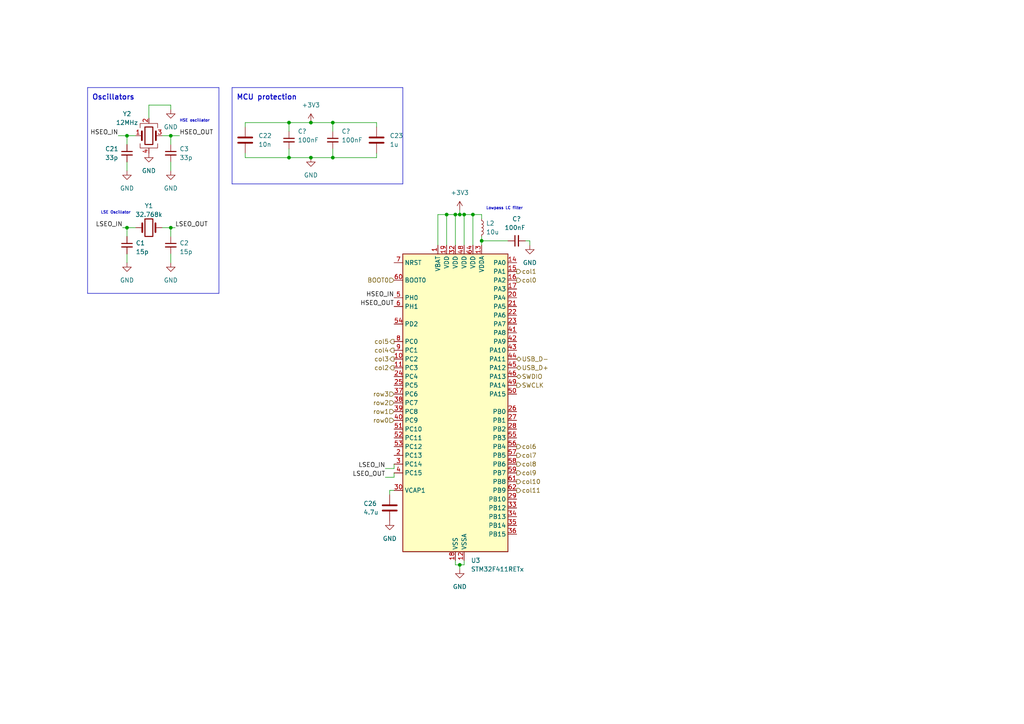
<source format=kicad_sch>
(kicad_sch (version 20230121) (generator eeschema)
  (paper "A4")
  (lib_symbols
    (symbol "Device:C" (pin_numbers hide) (pin_names (offset 0.254))
      (property "Reference" "C" (at 0.635 2.54 0))
      (property "Value" "C" (at 0.635 -2.54 0))
      (symbol "C_0_1"
        (polyline (pts (xy -2.032 -0.762) (xy 2.032 -0.762)) (stroke (width 0.508)))
        (polyline (pts (xy -2.032 0.762) (xy 2.032 0.762)) (stroke (width 0.508)))
      )
      (symbol "C_1_1"
        (pin passive line (at 0 3.81 270) (length 2.794) (name "~") (number "1"))
        (pin passive line (at 0 -3.81 90) (length 2.794) (name "~") (number "2"))
      )
    )
    (symbol "Device:C_Small" (pin_numbers hide) (pin_names (offset 0.254) hide)
      (property "Reference" "C" (at 0.254 1.778 0))
      (property "Value" "C_Small" (at 0.254 -2.032 0))
      (symbol "C_Small_0_1"
        (polyline (pts (xy -1.524 -0.508) (xy 1.524 -0.508)) (stroke (width 0.3302)))
        (polyline (pts (xy -1.524 0.508) (xy 1.524 0.508)) (stroke (width 0.3048)))
      )
      (symbol "C_Small_1_1"
        (pin passive line (at 0 2.54 270) (length 2.032) (name "~") (number "1"))
        (pin passive line (at 0 -2.54 90) (length 2.032) (name "~") (number "2"))
      )
    )
    (symbol "Device:Crystal" (pin_numbers hide) (pin_names (offset 1.016) hide)
      (property "Reference" "Y" (at 0 3.81 0))
      (property "Value" "Crystal" (at 0 -3.81 0))
      (symbol "Crystal_0_1"
        (rectangle (start -1.143 2.54) (end 1.143 -2.54) (stroke (width 0.3048)))
        (polyline (pts (xy -2.54 0) (xy -1.905 0)))
        (polyline (pts (xy -1.905 -1.27) (xy -1.905 1.27)) (stroke (width 0.508)))
        (polyline (pts (xy 1.905 -1.27) (xy 1.905 1.27)) (stroke (width 0.508)))
        (polyline (pts (xy 2.54 0) (xy 1.905 0)))
      )
      (symbol "Crystal_1_1"
        (pin passive line (at -3.81 0 0) (length 1.27) (name "1") (number "1"))
        (pin passive line (at 3.81 0 180) (length 1.27) (name "2") (number "2"))
      )
    )
    (symbol "Device:Crystal_GND24" (pin_names (offset 1.016) hide)
      (property "Reference" "Y" (at 3.175 5.08 0))
      (property "Value" "Crystal_GND24" (at 3.175 3.175 0))
      (symbol "Crystal_GND24_0_1"
        (rectangle (start -1.143 2.54) (end 1.143 -2.54) (stroke (width 0.3048)))
        (polyline (pts (xy -2.54 0) (xy -2.032 0)))
        (polyline (pts (xy -2.032 -1.27) (xy -2.032 1.27)) (stroke (width 0.508)))
        (polyline (pts (xy 0 -3.81) (xy 0 -3.556)))
        (polyline (pts (xy 0 3.556) (xy 0 3.81)))
        (polyline (pts (xy 2.032 -1.27) (xy 2.032 1.27)) (stroke (width 0.508)))
        (polyline (pts (xy 2.032 0) (xy 2.54 0)))
        (polyline (pts (xy -2.54 -2.286) (xy -2.54 -3.556) (xy 2.54 -3.556) (xy 2.54 -2.286)))
        (polyline (pts (xy -2.54 2.286) (xy -2.54 3.556) (xy 2.54 3.556) (xy 2.54 2.286)))
      )
      (symbol "Crystal_GND24_1_1"
        (pin passive line (at -3.81 0 0) (length 1.27) (name "1") (number "1"))
        (pin passive line (at 0 5.08 270) (length 1.27) (name "2") (number "2"))
        (pin passive line (at 3.81 0 180) (length 1.27) (name "3") (number "3"))
        (pin passive line (at 0 -5.08 90) (length 1.27) (name "4") (number "4"))
      )
    )
    (symbol "Device:L_Small" (pin_numbers hide) (pin_names (offset 0.254) hide)
      (property "Reference" "L" (at 0.762 1.016 0))
      (property "Value" "L_Small" (at 0.762 -1.016 0))
      (symbol "L_Small_0_1"
        (arc (start 0 -2.032) (mid 0.5058 -1.524) (end 0 -1.016))
        (arc (start 0 -1.016) (mid 0.5058 -0.508) (end 0 0))
        (arc (start 0 0) (mid 0.5058 0.508) (end 0 1.016))
        (arc (start 0 1.016) (mid 0.5058 1.524) (end 0 2.032))
      )
      (symbol "L_Small_1_1"
        (pin passive line (at 0 2.54 270) (length 0.508) (name "~") (number "1"))
        (pin passive line (at 0 -2.54 90) (length 0.508) (name "~") (number "2"))
      )
    )
    (symbol "GND_1" (power) (pin_names (offset 0))
      (property "Value" "GND_1" (at 0 -3.81 0))
      (symbol "GND_1_0_1"
        (polyline (pts (xy 0 0) (xy 0 -1.27) (xy 1.27 -1.27) (xy 0 -2.54) (xy -1.27 -1.27) (xy 0 -1.27)))
      )
      (symbol "GND_1_1_1"
        (pin power_in line (at 0 0 270) (length 0) hide (name "GND") (number "1"))
      )
    )
    (symbol "MCU_ST_STM32F4:STM32F411RETx"
      (property "Reference" "U" (at -15.24 44.45 0))
      (property "Value" "STM32F411RETx" (at 10.16 44.45 0))
      (symbol "STM32F411RETx_0_1"
        (rectangle (start -15.24 -43.18) (end 15.24 43.18) (stroke (width 0.254)) (fill (type background)))
      )
      (symbol "STM32F411RETx_1_1"
        (pin power_in line (at -5.08 45.72 270) (length 2.54) (name "VBAT") (number "1"))
        (pin bidirectional line (at -17.78 12.7 0) (length 2.54) (name "PC2") (number "10"))
        (pin bidirectional line (at -17.78 10.16 0) (length 2.54) (name "PC3") (number "11"))
        (pin power_in line (at 2.54 -45.72 90) (length 2.54) (name "VSSA") (number "12"))
        (pin power_in line (at 7.62 45.72 270) (length 2.54) (name "VDDA") (number "13"))
        (pin bidirectional line (at 17.78 40.64 180) (length 2.54) (name "PA0") (number "14"))
        (pin bidirectional line (at 17.78 38.1 180) (length 2.54) (name "PA1") (number "15"))
        (pin bidirectional line (at 17.78 35.56 180) (length 2.54) (name "PA2") (number "16"))
        (pin bidirectional line (at 17.78 33.02 180) (length 2.54) (name "PA3") (number "17"))
        (pin power_in line (at 0 -45.72 90) (length 2.54) (name "VSS") (number "18"))
        (pin power_in line (at -2.54 45.72 270) (length 2.54) (name "VDD") (number "19"))
        (pin bidirectional line (at -17.78 -15.24 0) (length 2.54) (name "PC13") (number "2"))
        (pin bidirectional line (at 17.78 30.48 180) (length 2.54) (name "PA4") (number "20"))
        (pin bidirectional line (at 17.78 27.94 180) (length 2.54) (name "PA5") (number "21"))
        (pin bidirectional line (at 17.78 25.4 180) (length 2.54) (name "PA6") (number "22"))
        (pin bidirectional line (at 17.78 22.86 180) (length 2.54) (name "PA7") (number "23"))
        (pin bidirectional line (at -17.78 7.62 0) (length 2.54) (name "PC4") (number "24"))
        (pin bidirectional line (at -17.78 5.08 0) (length 2.54) (name "PC5") (number "25"))
        (pin bidirectional line (at 17.78 -2.54 180) (length 2.54) (name "PB0") (number "26"))
        (pin bidirectional line (at 17.78 -5.08 180) (length 2.54) (name "PB1") (number "27"))
        (pin bidirectional line (at 17.78 -7.62 180) (length 2.54) (name "PB2") (number "28"))
        (pin bidirectional line (at 17.78 -27.94 180) (length 2.54) (name "PB10") (number "29"))
        (pin bidirectional line (at -17.78 -17.78 0) (length 2.54) (name "PC14") (number "3"))
        (pin power_out line (at -17.78 -25.4 0) (length 2.54) (name "VCAP1") (number "30"))
        (pin passive line (at 0 -45.72 90) (length 2.54) hide (name "VSS") (number "31"))
        (pin power_in line (at 0 45.72 270) (length 2.54) (name "VDD") (number "32"))
        (pin bidirectional line (at 17.78 -30.48 180) (length 2.54) (name "PB12") (number "33"))
        (pin bidirectional line (at 17.78 -33.02 180) (length 2.54) (name "PB13") (number "34"))
        (pin bidirectional line (at 17.78 -35.56 180) (length 2.54) (name "PB14") (number "35"))
        (pin bidirectional line (at 17.78 -38.1 180) (length 2.54) (name "PB15") (number "36"))
        (pin bidirectional line (at -17.78 2.54 0) (length 2.54) (name "PC6") (number "37"))
        (pin bidirectional line (at -17.78 0 0) (length 2.54) (name "PC7") (number "38"))
        (pin bidirectional line (at -17.78 -2.54 0) (length 2.54) (name "PC8") (number "39"))
        (pin bidirectional line (at -17.78 -20.32 0) (length 2.54) (name "PC15") (number "4"))
        (pin bidirectional line (at -17.78 -5.08 0) (length 2.54) (name "PC9") (number "40"))
        (pin bidirectional line (at 17.78 20.32 180) (length 2.54) (name "PA8") (number "41"))
        (pin bidirectional line (at 17.78 17.78 180) (length 2.54) (name "PA9") (number "42"))
        (pin bidirectional line (at 17.78 15.24 180) (length 2.54) (name "PA10") (number "43"))
        (pin bidirectional line (at 17.78 12.7 180) (length 2.54) (name "PA11") (number "44"))
        (pin bidirectional line (at 17.78 10.16 180) (length 2.54) (name "PA12") (number "45"))
        (pin bidirectional line (at 17.78 7.62 180) (length 2.54) (name "PA13") (number "46"))
        (pin passive line (at 0 -45.72 90) (length 2.54) hide (name "VSS") (number "47"))
        (pin power_in line (at 2.54 45.72 270) (length 2.54) (name "VDD") (number "48"))
        (pin bidirectional line (at 17.78 5.08 180) (length 2.54) (name "PA14") (number "49"))
        (pin bidirectional line (at -17.78 30.48 0) (length 2.54) (name "PH0") (number "5"))
        (pin bidirectional line (at 17.78 2.54 180) (length 2.54) (name "PA15") (number "50"))
        (pin bidirectional line (at -17.78 -7.62 0) (length 2.54) (name "PC10") (number "51"))
        (pin bidirectional line (at -17.78 -10.16 0) (length 2.54) (name "PC11") (number "52"))
        (pin bidirectional line (at -17.78 -12.7 0) (length 2.54) (name "PC12") (number "53"))
        (pin bidirectional line (at -17.78 22.86 0) (length 2.54) (name "PD2") (number "54"))
        (pin bidirectional line (at 17.78 -10.16 180) (length 2.54) (name "PB3") (number "55"))
        (pin bidirectional line (at 17.78 -12.7 180) (length 2.54) (name "PB4") (number "56"))
        (pin bidirectional line (at 17.78 -15.24 180) (length 2.54) (name "PB5") (number "57"))
        (pin bidirectional line (at 17.78 -17.78 180) (length 2.54) (name "PB6") (number "58"))
        (pin bidirectional line (at 17.78 -20.32 180) (length 2.54) (name "PB7") (number "59"))
        (pin bidirectional line (at -17.78 27.94 0) (length 2.54) (name "PH1") (number "6"))
        (pin input line (at -17.78 35.56 0) (length 2.54) (name "BOOT0") (number "60"))
        (pin bidirectional line (at 17.78 -22.86 180) (length 2.54) (name "PB8") (number "61"))
        (pin bidirectional line (at 17.78 -25.4 180) (length 2.54) (name "PB9") (number "62"))
        (pin passive line (at 0 -45.72 90) (length 2.54) hide (name "VSS") (number "63"))
        (pin power_in line (at 5.08 45.72 270) (length 2.54) (name "VDD") (number "64"))
        (pin input line (at -17.78 40.64 0) (length 2.54) (name "NRST") (number "7"))
        (pin bidirectional line (at -17.78 17.78 0) (length 2.54) (name "PC0") (number "8"))
        (pin bidirectional line (at -17.78 15.24 0) (length 2.54) (name "PC1") (number "9"))
      )
    )
    (symbol "power:+3.3V" (power) (pin_names (offset 0))
      (property "Value" "+3.3V" (at 0 3.556 0))
      (symbol "+3.3V_0_1"
        (polyline (pts (xy -0.762 1.27) (xy 0 2.54)))
        (polyline (pts (xy 0 0) (xy 0 2.54)))
        (polyline (pts (xy 0 2.54) (xy 0.762 1.27)))
      )
      (symbol "+3.3V_1_1"
        (pin power_in line (at 0 0 90) (length 0) hide (name "+3V3") (number "1"))
      )
    )
    (symbol "power:GND" (power) (pin_names (offset 0))
      (property "Value" "GND" (at 0 -3.81 0))
      (symbol "GND_0_1"
        (polyline (pts (xy 0 0) (xy 0 -1.27) (xy 1.27 -1.27) (xy 0 -2.54) (xy -1.27 -1.27) (xy 0 -1.27)))
      )
      (symbol "GND_1_1"
        (pin power_in line (at 0 0 270) (length 0) hide (name "GND") (number "1"))
      )
    )
  )
  (junction (at 96.52 35.56))
  (junction (at 83.82 45.72))
  (junction (at 96.52 45.72))
  (junction (at 137.16 62.23))
  (junction (at 49.53 39.37))
  (junction (at 132.08 62.23))
  (junction (at 133.35 62.23))
  (junction (at 83.82 35.56))
  (junction (at 90.17 35.56))
  (junction (at 36.83 66.04))
  (junction (at 90.17 45.72))
  (junction (at 134.62 62.23))
  (junction (at 49.53 66.04))
  (junction (at 139.7 69.85))
  (junction (at 129.54 62.23))
  (junction (at 36.83 39.37))
  (junction (at 133.35 163.83))
  (wire (pts (xy 90.17 45.72) (xy 96.52 45.72)))
  (wire (pts (xy 71.12 35.56) (xy 71.12 36.83)))
  (wire (pts (xy 43.18 30.48) (xy 49.53 30.48)))
  (polyline (pts (xy 25.4 25.4) (xy 63.5 25.4)))
  (wire (pts (xy 132.08 162.56) (xy 132.08 163.83)))
  (wire (pts (xy 153.67 69.85) (xy 152.4 69.85)))
  (wire (pts (xy 46.99 66.04) (xy 49.53 66.04)))
  (polyline (pts (xy 67.31 25.4) (xy 67.31 53.34)))
  (wire (pts (xy 83.82 35.56) (xy 71.12 35.56)))
  (wire (pts (xy 83.82 43.18) (xy 83.82 45.72)))
  (wire (pts (xy 139.7 62.23) (xy 137.16 62.23)))
  (wire (pts (xy 49.53 30.48) (xy 49.53 31.75)))
  (wire (pts (xy 34.29 39.37) (xy 36.83 39.37)))
  (wire (pts (xy 137.16 62.23) (xy 134.62 62.23)))
  (wire (pts (xy 133.35 163.83) (xy 134.62 163.83)))
  (polyline (pts (xy 63.5 25.4) (xy 63.5 85.09)))
  (wire (pts (xy 134.62 163.83) (xy 134.62 162.56)))
  (wire (pts (xy 137.16 62.23) (xy 137.16 71.12)))
  (wire (pts (xy 36.83 73.66) (xy 36.83 76.2)))
  (wire (pts (xy 71.12 44.45) (xy 71.12 45.72)))
  (wire (pts (xy 133.35 62.23) (xy 132.08 62.23)))
  (wire (pts (xy 129.54 62.23) (xy 127 62.23)))
  (wire (pts (xy 90.17 35.56) (xy 83.82 35.56)))
  (wire (pts (xy 113.03 143.51) (xy 113.03 142.24)))
  (wire (pts (xy 113.03 142.24) (xy 114.3 142.24)))
  (wire (pts (xy 90.17 35.56) (xy 96.52 35.56)))
  (wire (pts (xy 49.53 39.37) (xy 52.07 39.37)))
  (wire (pts (xy 96.52 35.56) (xy 109.22 35.56)))
  (polyline (pts (xy 67.31 53.34) (xy 116.84 53.34)))
  (wire (pts (xy 114.3 135.89) (xy 114.3 134.62)))
  (wire (pts (xy 35.56 66.04) (xy 36.83 66.04)))
  (wire (pts (xy 139.7 68.58) (xy 139.7 69.85)))
  (polyline (pts (xy 67.31 25.4) (xy 116.84 25.4)))
  (wire (pts (xy 111.76 135.89) (xy 114.3 135.89)))
  (wire (pts (xy 132.08 62.23) (xy 129.54 62.23)))
  (wire (pts (xy 36.83 41.91) (xy 36.83 39.37)))
  (wire (pts (xy 134.62 62.23) (xy 134.62 71.12)))
  (wire (pts (xy 96.52 43.18) (xy 96.52 45.72)))
  (wire (pts (xy 111.76 138.43) (xy 114.3 138.43)))
  (wire (pts (xy 153.67 69.85) (xy 153.67 71.12)))
  (wire (pts (xy 109.22 35.56) (xy 109.22 36.83)))
  (wire (pts (xy 43.18 34.29) (xy 43.18 30.48)))
  (wire (pts (xy 129.54 62.23) (xy 129.54 71.12)))
  (wire (pts (xy 83.82 35.56) (xy 83.82 38.1)))
  (wire (pts (xy 49.53 46.99) (xy 49.53 49.53)))
  (wire (pts (xy 133.35 60.96) (xy 133.35 62.23)))
  (wire (pts (xy 71.12 45.72) (xy 83.82 45.72)))
  (wire (pts (xy 83.82 45.72) (xy 90.17 45.72)))
  (wire (pts (xy 127 62.23) (xy 127 71.12)))
  (wire (pts (xy 36.83 46.99) (xy 36.83 49.53)))
  (wire (pts (xy 46.99 39.37) (xy 49.53 39.37)))
  (polyline (pts (xy 116.84 53.34) (xy 116.84 25.4)))
  (wire (pts (xy 96.52 35.56) (xy 96.52 38.1)))
  (wire (pts (xy 36.83 68.58) (xy 36.83 66.04)))
  (wire (pts (xy 36.83 66.04) (xy 39.37 66.04)))
  (wire (pts (xy 49.53 66.04) (xy 49.53 68.58)))
  (wire (pts (xy 114.3 138.43) (xy 114.3 137.16)))
  (wire (pts (xy 96.52 45.72) (xy 109.22 45.72)))
  (wire (pts (xy 133.35 163.83) (xy 133.35 165.1)))
  (wire (pts (xy 49.53 73.66) (xy 49.53 76.2)))
  (polyline (pts (xy 63.5 85.09) (xy 25.4 85.09)))
  (wire (pts (xy 109.22 45.72) (xy 109.22 44.45)))
  (wire (pts (xy 139.7 63.5) (xy 139.7 62.23)))
  (wire (pts (xy 139.7 69.85) (xy 147.32 69.85)))
  (wire (pts (xy 134.62 62.23) (xy 133.35 62.23)))
  (polyline (pts (xy 25.4 25.4) (xy 25.4 85.09)))
  (wire (pts (xy 139.7 69.85) (xy 139.7 71.12)))
  (wire (pts (xy 132.08 163.83) (xy 133.35 163.83)))
  (wire (pts (xy 132.08 62.23) (xy 132.08 71.12)))
  (wire (pts (xy 49.53 39.37) (xy 49.53 41.91)))
  (wire (pts (xy 49.53 66.04) (xy 50.8 66.04)))
  (wire (pts (xy 36.83 39.37) (xy 39.37 39.37)))
  (text "MCU protection" (at 68.58 29.21 0) (effects (font (size 1.5 1.5) (thickness 0.254) bold) (justify left bottom)))
  (text "Lowpass LC filter\n" (at 140.97 60.96 0) (effects (font (size 0.8 0.8)) (justify left bottom)))
  (text "LSE Oscillator" (at 29.21 62.23 0) (effects (font (size 0.8 0.8)) (justify left bottom)))
  (text "Oscillators" (at 26.67 29.21 0) (effects (font (size 1.5 1.5) (thickness 0.254) bold) (justify left bottom)))
  (text "HSE oscillator\n" (at 52.07 35.56 0) (effects (font (size 0.8 0.8)) (justify left bottom)))
  (label "HSEO_OUT" (at 114.3 88.9 180))
  (label "LSEO_IN" (at 35.56 66.04 180))
  (label "HSEO_OUT" (at 52.07 39.37 0))
  (label "LSEO_OUT" (at 111.76 138.43 180))
  (label "HSEO_IN" (at 34.29 39.37 180))
  (label "HSEO_IN" (at 114.3 86.36 180))
  (label "LSEO_OUT" (at 50.8 66.04 0))
  (label "LSEO_IN" (at 111.76 135.89 180))
  (hierarchical_label "col8" (shape output) (at 149.86 134.62 0))
  (hierarchical_label "col1" (shape output) (at 149.86 78.74 0))
  (hierarchical_label "SWCLK" (shape output) (at 149.86 111.76 0))
  (hierarchical_label "row2" (shape input) (at 114.3 116.84 180))
  (hierarchical_label "SWDIO" (shape bidirectional) (at 149.86 109.22 0))
  (hierarchical_label "col4" (shape output) (at 114.3 101.6 180))
  (hierarchical_label "col11" (shape output) (at 149.86 142.24 0))
  (hierarchical_label "col3" (shape output) (at 114.3 104.14 180))
  (hierarchical_label "col10" (shape output) (at 149.86 139.7 0))
  (hierarchical_label "col7" (shape output) (at 149.86 132.08 0))
  (hierarchical_label "col6" (shape output) (at 149.86 129.54 0))
  (hierarchical_label "row3" (shape input) (at 114.3 114.3 180))
  (hierarchical_label "USB_D+" (shape bidirectional) (at 149.86 106.68 0))
  (hierarchical_label "USB_D-" (shape bidirectional) (at 149.86 104.14 0))
  (hierarchical_label "col5" (shape output) (at 114.3 99.06 180))
  (hierarchical_label "col9" (shape output) (at 149.86 137.16 0))
  (hierarchical_label "col2" (shape output) (at 114.3 106.68 180))
  (hierarchical_label "col0" (shape output) (at 149.86 81.28 0))
  (hierarchical_label "BOOT0" (shape input) (at 114.3 81.28 180))
  (hierarchical_label "row1" (shape input) (at 114.3 119.38 180))
  (hierarchical_label "row0" (shape input) (at 114.3 121.92 180))
  (symbol (lib_id "power:GND") (at 49.53 76.2 0) (unit 1)
    (property "Reference" "#PWR02" (effects hide))
    (property "Value" "GND" (at 49.53 81.28 0))
    (instances (project "neptune" (path "" (reference "#PWR02") (unit 1))) (project "keyboard" (path "" (reference "#PWR022") (unit 1))))
  )
  (symbol (lib_name "GND_1") (lib_id "power:GND") (at 133.35 165.1 0) (unit 1)
    (property "Reference" "#PWR027" (effects hide))
    (property "Value" "GND" (at 133.35 170.18 0))
  )
  (symbol (lib_id "Device:C_Small") (at 49.53 44.45 0) (unit 1)
    (property "Reference" "C3" (at 52.07 43.1862 0) (effects (justify left)))
    (property "Value" "33p" (at 52.07 45.7262 0) (effects (justify left)))
    (property "Footprint" "Capacitor_SMD:C_0805_2012Metric" (effects hide))
    (property "Datasheet" "https://jlcpcb.com/partdetail/169035-0805CG330J500NT/C157687" (effects hide))
    (instances (project "neptune" (path "" (reference "C3") (unit 1))) (project "keyboard" (path "" (reference "C8") (unit 1))))
  )
  (symbol (lib_name "GND_1") (lib_id "power:GND") (at 113.03 151.13 0) (unit 1)
    (property "Reference" "#PWR064" (effects hide))
    (property "Value" "GND" (at 113.03 156.21 0))
    (instances (project "neptune" (path "" (reference "#PWR064") (unit 1))) (project "keyboard" (path "" (reference "#PWR025") (unit 1))))
  )
  (symbol (lib_id "power:GND") (at 36.83 76.2 0) (unit 1)
    (property "Reference" "#PWR01" (effects hide))
    (property "Value" "GND" (at 36.83 81.28 0))
    (instances (project "neptune" (path "" (reference "#PWR01") (unit 1))) (project "keyboard" (path "" (reference "#PWR018") (unit 1))))
  )
  (symbol (lib_id "Device:C_Small") (at 36.83 44.45 0) (unit 1)
    (property "Reference" "C21" (at 30.48 43.18 0) (effects (justify left)))
    (property "Value" "33p" (at 30.48 45.72 0) (effects (justify left)))
    (property "Footprint" "Capacitor_SMD:C_0805_2012Metric" (effects hide))
    (property "Datasheet" "https://jlcpcb.com/partdetail/169035-0805CG330J500NT/C157687" (effects hide))
    (instances (project "neptune" (path "" (reference "C21") (unit 1))) (project "keyboard" (path "" (reference "C6") (unit 1))))
  )
  (symbol (lib_id "MCU_ST_STM32F4:STM32F411RETx") (at 132.08 116.84 0) (unit 1)
    (property "Reference" "U3" (at 136.5759 162.56 0) (effects (justify left)))
    (property "Value" "STM32F411RETx" (at 136.5759 165.1 0) (effects (justify left)))
    (property "Footprint" "Package_QFP:LQFP-64_10x10mm_P0.5mm" (effects hide))
    (property "Datasheet" "https://www.st.com/resource/en/datasheet/stm32f411re.pdf" (effects hide))
  )
  (symbol (lib_id "power:+3.3V") (at 133.35 60.96 0) (unit 1)
    (property "Reference" "#PWR054" (effects hide))
    (property "Value" "+3.3V" (at 133.35 55.88 0))
    (instances (project "neptune" (path "" (reference "#PWR054") (unit 1))) (project "keyboard" (path "" (reference "#PWR026") (unit 1))))
  )
  (symbol (lib_id "power:GND") (at 153.67 71.12 0) (unit 1)
    (property "Reference" "#PWR058" (effects hide))
    (property "Value" "GND" (at 153.67 76.2 0))
    (instances (project "neptune" (path "" (reference "#PWR058") (unit 1))) (project "keyboard" (path "" (reference "#PWR028") (unit 1))))
  )
  (symbol (lib_id "Device:C") (at 71.12 40.64 0) (unit 1)
    (property "Reference" "C22" (at 74.93 39.3699 0) (effects (justify left)))
    (property "Value" "10n" (at 74.93 41.9099 0) (effects (justify left)))
    (property "Footprint" "Capacitor_SMD:C_0603_1608Metric" (effects hide))
    (instances (project "neptune" (path "" (reference "C22") (unit 1))) (project "keyboard" (path "" (reference "C10") (unit 1))))
  )
  (symbol (lib_id "Device:C") (at 113.03 147.32 0) (unit 1)
    (property "Reference" "C26" (at 105.41 146.05 0) (effects (justify left)))
    (property "Value" "4.7u" (at 105.41 148.59 0) (effects (justify left)))
    (property "Footprint" "Capacitor_SMD:C_0603_1608Metric" (effects hide))
    (instances (project "neptune" (path "" (reference "C26") (unit 1))) (project "keyboard" (path "" (reference "C14") (unit 1))))
  )
  (symbol (lib_id "power:GND") (at 49.53 31.75 0) (unit 1)
    (property "Reference" "#PWR066" (effects hide))
    (property "Value" "GND" (at 49.53 36.83 0))
    (instances (project "neptune" (path "" (reference "#PWR066") (unit 1))) (project "keyboard" (path "" (reference "#PWR020") (unit 1))))
  )
  (symbol (lib_id "Device:C_Small") (at 96.52 40.64 0) (unit 1)
    (property "Reference" "C?" (at 99.06 38.1 0) (effects (justify left)))
    (property "Value" "100nF" (at 99.06 40.64 0) (effects (justify left)))
    (property "Footprint" "Capacitor_SMD:C_0603_1608Metric" (effects hide))
    (instances (project "neptune" (path "" (reference "C?") (unit 1)) (path "" (reference "C4") (unit 1)) (path "" (reference "C10") (unit 1))) (project "keyboard" (path "" (reference "C12") (unit 1))))
  )
  (symbol (lib_id "power:GND") (at 49.53 49.53 0) (unit 1)
    (property "Reference" "#PWR053" (effects hide))
    (property "Value" "GND" (at 49.53 54.61 0))
    (instances (project "neptune" (path "" (reference "#PWR053") (unit 1))) (project "keyboard" (path "" (reference "#PWR021") (unit 1))))
  )
  (symbol (lib_id "Device:C_Small") (at 36.83 71.12 0) (unit 1)
    (property "Reference" "C1" (at 39.37 70.4913 0) (effects (justify left)))
    (property "Value" "15p" (at 39.37 73.0313 0) (effects (justify left)))
    (property "Footprint" "Capacitor_SMD:C_0805_2012Metric" (effects hide))
    (property "Datasheet" "https://jlcpcb.com/partdetail/64402-0805CG150J500NT/C63339" (effects hide))
    (property "LCSC" "C1562" (effects hide))
    (instances (project "neptune" (path "" (reference "C1") (unit 1))) (project "keyboard" (path "" (reference "C7") (unit 1))))
  )
  (symbol (lib_id "power:GND") (at 36.83 49.53 0) (unit 1)
    (property "Reference" "#PWR052" (effects hide))
    (property "Value" "GND" (at 36.83 54.61 0))
    (instances (project "neptune" (path "" (reference "#PWR052") (unit 1))) (project "keyboard" (path "" (reference "#PWR017") (unit 1))))
  )
  (symbol (lib_id "Device:C") (at 109.22 40.64 0) (unit 1)
    (property "Reference" "C23" (at 113.03 39.3699 0) (effects (justify left)))
    (property "Value" "1u" (at 113.03 41.9099 0) (effects (justify left)))
    (property "Footprint" "Capacitor_SMD:C_0603_1608Metric" (effects hide))
    (instances (project "neptune" (path "" (reference "C23") (unit 1))) (project "keyboard" (path "" (reference "C13") (unit 1))))
  )
  (symbol (lib_id "power:GND") (at 90.17 45.72 0) (unit 1)
    (property "Reference" "#PWR055" (effects hide))
    (property "Value" "GND" (at 90.17 50.8 0))
    (instances (project "neptune" (path "" (reference "#PWR055") (unit 1))) (project "keyboard" (path "" (reference "#PWR024") (unit 1))))
  )
  (symbol (lib_id "power:+3.3V") (at 90.17 35.56 0) (unit 1)
    (property "Reference" "#PWR054" (effects hide))
    (property "Value" "+3.3V" (at 90.17 30.48 0))
    (instances (project "neptune" (path "" (reference "#PWR054") (unit 1))) (project "keyboard" (path "" (reference "#PWR023") (unit 1))))
  )
  (symbol (lib_id "Device:C_Small") (at 83.82 40.64 0) (unit 1)
    (property "Reference" "C?" (at 86.36 38.1 0) (effects (justify left)))
    (property "Value" "100nF" (at 86.36 40.64 0) (effects (justify left)))
    (property "Footprint" "Capacitor_SMD:C_0603_1608Metric" (effects hide))
    (instances (project "neptune" (path "" (reference "C?") (unit 1)) (path "" (reference "C4") (unit 1)) (path "" (reference "C9") (unit 1))) (project "keyboard" (path "" (reference "C11") (unit 1))))
  )
  (symbol (lib_id "Device:Crystal_GND24") (at 43.18 39.37 0) (unit 1)
    (property "Reference" "Y2" (at 36.83 33.02 0))
    (property "Value" "12MHz" (at 36.83 35.56 0))
    (property "Footprint" "Crystal:Crystal_SMD_5032-4Pin_5.0x3.2mm" (effects hide))
    (property "Datasheet" "https://www.digikey.com.au/en/products/detail/ecs-inc/ECS-120-20-30B-TR/813205" (effects hide))
    (instances (project "neptune" (path "" (reference "Y2") (unit 1))) (project "keyboard" (path "" (reference "Y1") (unit 1))))
  )
  (symbol (lib_id "Device:C_Small") (at 49.53 71.12 0) (unit 1)
    (property "Reference" "C2" (at 52.07 70.4913 0) (effects (justify left)))
    (property "Value" "15p" (at 52.07 73.0313 0) (effects (justify left)))
    (property "Footprint" "Capacitor_SMD:C_0805_2012Metric" (effects hide))
    (property "Datasheet" "https://jlcpcb.com/partdetail/64402-0805CG150J500NT/C63339" (effects hide))
    (property "LCSC" "C1562" (effects hide))
    (instances (project "neptune" (path "" (reference "C2") (unit 1))) (project "keyboard" (path "" (reference "C9") (unit 1))))
  )
  (symbol (lib_id "power:GND") (at 43.18 44.45 0) (unit 1)
    (property "Reference" "#PWR065" (effects hide))
    (property "Value" "GND" (at 43.18 49.53 0))
    (instances (project "neptune" (path "" (reference "#PWR065") (unit 1))) (project "keyboard" (path "" (reference "#PWR019") (unit 1))))
  )
  (symbol (lib_id "Device:Crystal") (at 43.18 66.04 0) (unit 1)
    (property "Reference" "Y1" (at 43.18 59.69 0))
    (property "Value" "32.768k" (at 43.18 62.23 0))
    (property "Footprint" "Crystal:Crystal_SMD_3215-2Pin_3.2x1.5mm" (effects hide))
    (property "Datasheet" "https://jlcpcb.com/partdetail/YangxingTech-X321532768KGD2SI/C620155" (effects hide))
    (property "LCSC" "C620155" (effects hide))
    (instances (project "neptune" (path "" (reference "Y1") (unit 1))) (project "keyboard" (path "" (reference "Y2") (unit 1))))
  )
  (symbol (lib_id "Device:C_Small") (at 149.86 69.85 90) (unit 1)
    (property "Reference" "C?" (at 151.13 63.5 90) (effects (justify left)))
    (property "Value" "100nF" (at 152.4 66.04 90) (effects (justify left)))
    (property "Footprint" "Capacitor_SMD:C_0603_1608Metric" (effects hide))
    (instances (project "neptune" (path "" (reference "C?") (unit 1)) (path "" (reference "C4") (unit 1)) (path "" (reference "C11") (unit 1))) (project "keyboard" (path "" (reference "C15") (unit 1))))
  )
  (symbol (lib_id "Device:L_Small") (at 139.7 66.04 0) (unit 1)
    (property "Reference" "L2" (at 140.97 64.7699 0) (effects (justify left)))
    (property "Value" "10u" (at 140.97 67.3099 0) (effects (justify left)))
    (property "Footprint" "Inductor_SMD:L_0805_2012Metric" (effects hide))
    (instances (project "neptune" (path "" (reference "L2") (unit 1))) (project "keyboard" (path "" (reference "L1") (unit 1))))
  )
)
</source>
